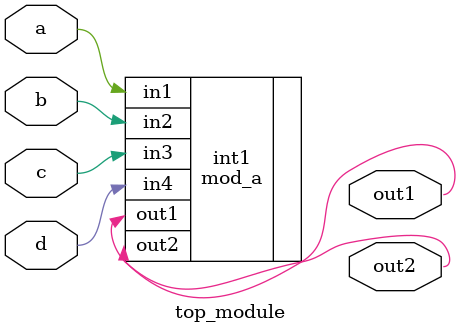
<source format=v>
module top_module ( 
    input a, 
    input b, 
    input c,
    input d,
    output out1,
    output out2
);
    mod_a int1 ( .out1(out1), .out2(out2), .in1(a), .in2(b), .in3(c), .in4(d));

endmodule

</source>
